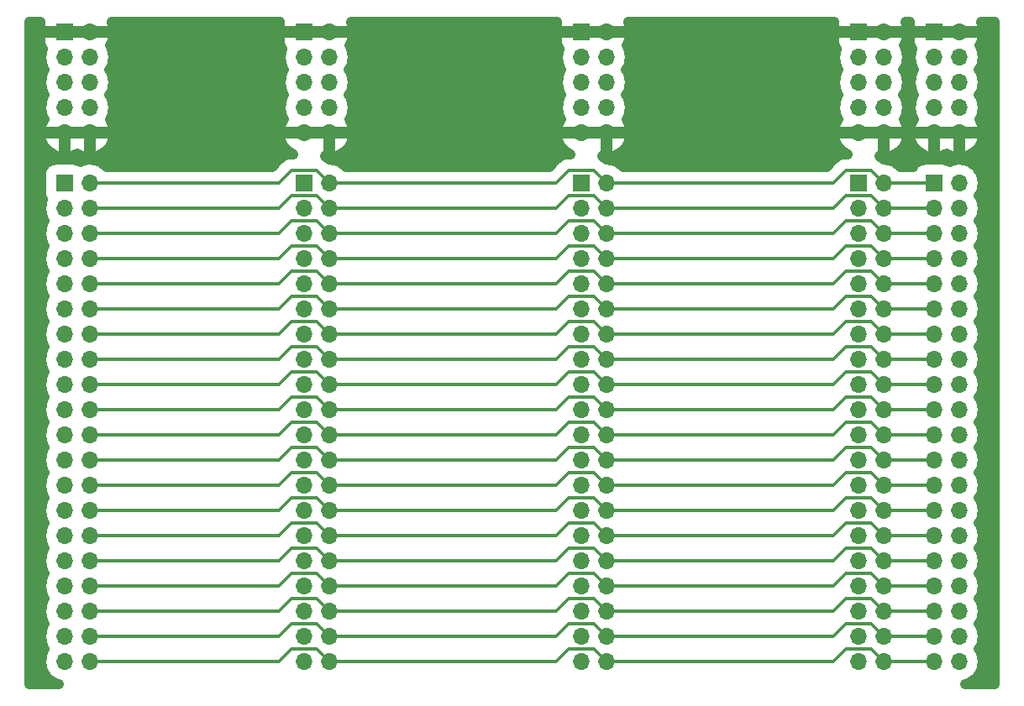
<source format=gbr>
G04 #@! TF.GenerationSoftware,KiCad,Pcbnew,(5.1.4)-1*
G04 #@! TF.CreationDate,2019-12-08T17:51:34+02:00*
G04 #@! TF.ProjectId,Backplane,4261636b-706c-4616-9e65-2e6b69636164,rev?*
G04 #@! TF.SameCoordinates,PX2455c20PY5ad6650*
G04 #@! TF.FileFunction,Copper,L2,Bot*
G04 #@! TF.FilePolarity,Positive*
%FSLAX46Y46*%
G04 Gerber Fmt 4.6, Leading zero omitted, Abs format (unit mm)*
G04 Created by KiCad (PCBNEW (5.1.4)-1) date 2019-12-08 17:51:34*
%MOMM*%
%LPD*%
G04 APERTURE LIST*
%ADD10O,1.700000X1.700000*%
%ADD11R,1.700000X1.700000*%
%ADD12C,0.300000*%
%ADD13C,1.000000*%
G04 APERTURE END LIST*
D10*
X7620000Y3810000D03*
X5080000Y3810000D03*
X7620000Y6350000D03*
X5080000Y6350000D03*
X7620000Y8890000D03*
X5080000Y8890000D03*
X7620000Y11430000D03*
X5080000Y11430000D03*
X7620000Y13970000D03*
X5080000Y13970000D03*
X7620000Y16510000D03*
X5080000Y16510000D03*
X7620000Y19050000D03*
X5080000Y19050000D03*
X7620000Y21590000D03*
X5080000Y21590000D03*
X7620000Y24130000D03*
X5080000Y24130000D03*
X7620000Y26670000D03*
X5080000Y26670000D03*
X7620000Y29210000D03*
X5080000Y29210000D03*
X7620000Y31750000D03*
X5080000Y31750000D03*
X7620000Y34290000D03*
X5080000Y34290000D03*
X7620000Y36830000D03*
X5080000Y36830000D03*
X7620000Y39370000D03*
X5080000Y39370000D03*
X7620000Y41910000D03*
X5080000Y41910000D03*
X7620000Y44450000D03*
X5080000Y44450000D03*
X7620000Y46990000D03*
X5080000Y46990000D03*
X7620000Y49530000D03*
X5080000Y49530000D03*
X7620000Y52070000D03*
D11*
X5080000Y52070000D03*
D10*
X95250000Y3810000D03*
X92710000Y3810000D03*
X95250000Y6350000D03*
X92710000Y6350000D03*
X95250000Y8890000D03*
X92710000Y8890000D03*
X95250000Y11430000D03*
X92710000Y11430000D03*
X95250000Y13970000D03*
X92710000Y13970000D03*
X95250000Y16510000D03*
X92710000Y16510000D03*
X95250000Y19050000D03*
X92710000Y19050000D03*
X95250000Y21590000D03*
X92710000Y21590000D03*
X95250000Y24130000D03*
X92710000Y24130000D03*
X95250000Y26670000D03*
X92710000Y26670000D03*
X95250000Y29210000D03*
X92710000Y29210000D03*
X95250000Y31750000D03*
X92710000Y31750000D03*
X95250000Y34290000D03*
X92710000Y34290000D03*
X95250000Y36830000D03*
X92710000Y36830000D03*
X95250000Y39370000D03*
X92710000Y39370000D03*
X95250000Y41910000D03*
X92710000Y41910000D03*
X95250000Y44450000D03*
X92710000Y44450000D03*
X95250000Y46990000D03*
X92710000Y46990000D03*
X95250000Y49530000D03*
X92710000Y49530000D03*
X95250000Y52070000D03*
D11*
X92710000Y52070000D03*
D10*
X95250000Y57150000D03*
X92710000Y57150000D03*
X95250000Y59690000D03*
X92710000Y59690000D03*
X95250000Y62230000D03*
X92710000Y62230000D03*
X95250000Y64770000D03*
X92710000Y64770000D03*
X95250000Y67310000D03*
D11*
X92710000Y67310000D03*
D10*
X7620000Y57150000D03*
X5080000Y57150000D03*
X7620000Y59690000D03*
X5080000Y59690000D03*
X7620000Y62230000D03*
X5080000Y62230000D03*
X7620000Y64770000D03*
X5080000Y64770000D03*
X7620000Y67310000D03*
D11*
X5080000Y67310000D03*
X85090000Y52070000D03*
D10*
X87630000Y52070000D03*
X85090000Y49530000D03*
X87630000Y49530000D03*
X85090000Y46990000D03*
X87630000Y46990000D03*
X85090000Y44450000D03*
X87630000Y44450000D03*
X85090000Y41910000D03*
X87630000Y41910000D03*
X85090000Y39370000D03*
X87630000Y39370000D03*
X85090000Y36830000D03*
X87630000Y36830000D03*
X85090000Y34290000D03*
X87630000Y34290000D03*
X85090000Y31750000D03*
X87630000Y31750000D03*
X85090000Y29210000D03*
X87630000Y29210000D03*
X85090000Y26670000D03*
X87630000Y26670000D03*
X85090000Y24130000D03*
X87630000Y24130000D03*
X85090000Y21590000D03*
X87630000Y21590000D03*
X85090000Y19050000D03*
X87630000Y19050000D03*
X85090000Y16510000D03*
X87630000Y16510000D03*
X85090000Y13970000D03*
X87630000Y13970000D03*
X85090000Y11430000D03*
X87630000Y11430000D03*
X85090000Y8890000D03*
X87630000Y8890000D03*
X85090000Y6350000D03*
X87630000Y6350000D03*
X85090000Y3810000D03*
X87630000Y3810000D03*
X59690000Y3810000D03*
X57150000Y3810000D03*
X59690000Y6350000D03*
X57150000Y6350000D03*
X59690000Y8890000D03*
X57150000Y8890000D03*
X59690000Y11430000D03*
X57150000Y11430000D03*
X59690000Y13970000D03*
X57150000Y13970000D03*
X59690000Y16510000D03*
X57150000Y16510000D03*
X59690000Y19050000D03*
X57150000Y19050000D03*
X59690000Y21590000D03*
X57150000Y21590000D03*
X59690000Y24130000D03*
X57150000Y24130000D03*
X59690000Y26670000D03*
X57150000Y26670000D03*
X59690000Y29210000D03*
X57150000Y29210000D03*
X59690000Y31750000D03*
X57150000Y31750000D03*
X59690000Y34290000D03*
X57150000Y34290000D03*
X59690000Y36830000D03*
X57150000Y36830000D03*
X59690000Y39370000D03*
X57150000Y39370000D03*
X59690000Y41910000D03*
X57150000Y41910000D03*
X59690000Y44450000D03*
X57150000Y44450000D03*
X59690000Y46990000D03*
X57150000Y46990000D03*
X59690000Y49530000D03*
X57150000Y49530000D03*
X59690000Y52070000D03*
D11*
X57150000Y52070000D03*
X29210000Y52070000D03*
D10*
X31750000Y52070000D03*
X29210000Y49530000D03*
X31750000Y49530000D03*
X29210000Y46990000D03*
X31750000Y46990000D03*
X29210000Y44450000D03*
X31750000Y44450000D03*
X29210000Y41910000D03*
X31750000Y41910000D03*
X29210000Y39370000D03*
X31750000Y39370000D03*
X29210000Y36830000D03*
X31750000Y36830000D03*
X29210000Y34290000D03*
X31750000Y34290000D03*
X29210000Y31750000D03*
X31750000Y31750000D03*
X29210000Y29210000D03*
X31750000Y29210000D03*
X29210000Y26670000D03*
X31750000Y26670000D03*
X29210000Y24130000D03*
X31750000Y24130000D03*
X29210000Y21590000D03*
X31750000Y21590000D03*
X29210000Y19050000D03*
X31750000Y19050000D03*
X29210000Y16510000D03*
X31750000Y16510000D03*
X29210000Y13970000D03*
X31750000Y13970000D03*
X29210000Y11430000D03*
X31750000Y11430000D03*
X29210000Y8890000D03*
X31750000Y8890000D03*
X29210000Y6350000D03*
X31750000Y6350000D03*
X29210000Y3810000D03*
X31750000Y3810000D03*
D11*
X85090000Y67310000D03*
D10*
X87630000Y67310000D03*
X85090000Y64770000D03*
X87630000Y64770000D03*
X85090000Y62230000D03*
X87630000Y62230000D03*
X85090000Y59690000D03*
X87630000Y59690000D03*
X85090000Y57150000D03*
X87630000Y57150000D03*
X59690000Y57150000D03*
X57150000Y57150000D03*
X59690000Y59690000D03*
X57150000Y59690000D03*
X59690000Y62230000D03*
X57150000Y62230000D03*
X59690000Y64770000D03*
X57150000Y64770000D03*
X59690000Y67310000D03*
D11*
X57150000Y67310000D03*
X29210000Y67310000D03*
D10*
X31750000Y67310000D03*
X29210000Y64770000D03*
X31750000Y64770000D03*
X29210000Y62230000D03*
X31750000Y62230000D03*
X29210000Y59690000D03*
X31750000Y59690000D03*
X29210000Y57150000D03*
X31750000Y57150000D03*
D12*
X91507919Y13970000D02*
X87630000Y13970000D01*
X92710000Y13970000D02*
X91507919Y13970000D01*
X86379999Y15220001D02*
X83800001Y15220001D01*
X87630000Y13970000D02*
X86379999Y15220001D01*
X83800001Y15220001D02*
X82550000Y13970000D01*
X82550000Y13970000D02*
X59690000Y13970000D01*
X58439999Y15220001D02*
X55860001Y15220001D01*
X59690000Y13970000D02*
X58439999Y15220001D01*
X55860001Y15220001D02*
X54610000Y13970000D01*
X54610000Y13970000D02*
X31750000Y13970000D01*
X30499999Y15220001D02*
X27920001Y15220001D01*
X31750000Y13970000D02*
X30499999Y15220001D01*
X27920001Y15220001D02*
X26670000Y13970000D01*
X26670000Y13970000D02*
X7620000Y13970000D01*
X87630000Y16510000D02*
X92710000Y16510000D01*
X86379999Y17760001D02*
X83800001Y17760001D01*
X87630000Y16510000D02*
X86379999Y17760001D01*
X83800001Y17760001D02*
X82550000Y16510000D01*
X82550000Y16510000D02*
X59690000Y16510000D01*
X58439999Y17760001D02*
X55860001Y17760001D01*
X59690000Y16510000D02*
X58439999Y17760001D01*
X55860001Y17760001D02*
X54610000Y16510000D01*
X54610000Y16510000D02*
X31750000Y16510000D01*
X30499999Y17760001D02*
X27920001Y17760001D01*
X31750000Y16510000D02*
X30499999Y17760001D01*
X27920001Y17760001D02*
X26670000Y16510000D01*
X26670000Y16510000D02*
X7620000Y16510000D01*
X87630000Y11430000D02*
X92710000Y11430000D01*
X86379999Y12680001D02*
X83800001Y12680001D01*
X87630000Y11430000D02*
X86379999Y12680001D01*
X83800001Y12680001D02*
X82550000Y11430000D01*
X82550000Y11430000D02*
X59690000Y11430000D01*
X58439999Y12680001D02*
X55860001Y12680001D01*
X59690000Y11430000D02*
X58439999Y12680001D01*
X55860001Y12680001D02*
X54610000Y11430000D01*
X54610000Y11430000D02*
X31750000Y11430000D01*
X30499999Y12680001D02*
X27920001Y12680001D01*
X31750000Y11430000D02*
X30499999Y12680001D01*
X27920001Y12680001D02*
X26670000Y11430000D01*
X26670000Y11430000D02*
X7620000Y11430000D01*
X87630000Y21590000D02*
X92710000Y21590000D01*
X86379999Y22840001D02*
X83800001Y22840001D01*
X87630000Y21590000D02*
X86379999Y22840001D01*
X83800001Y22840001D02*
X82550000Y21590000D01*
X82550000Y21590000D02*
X59690000Y21590000D01*
X58439999Y22840001D02*
X55860001Y22840001D01*
X59690000Y21590000D02*
X58439999Y22840001D01*
X55860001Y22840001D02*
X54610000Y21590000D01*
X54610000Y21590000D02*
X31750000Y21590000D01*
X30499999Y22840001D02*
X27920001Y22840001D01*
X31750000Y21590000D02*
X30499999Y22840001D01*
X27920001Y22840001D02*
X26670000Y21590000D01*
X26670000Y21590000D02*
X7620000Y21590000D01*
X92710000Y24130000D02*
X87630000Y24130000D01*
X86379999Y25380001D02*
X83800001Y25380001D01*
X87630000Y24130000D02*
X86379999Y25380001D01*
X83800001Y25380001D02*
X82550000Y24130000D01*
X82550000Y24130000D02*
X59690000Y24130000D01*
X58439999Y25380001D02*
X55860001Y25380001D01*
X59690000Y24130000D02*
X58439999Y25380001D01*
X55860001Y25380001D02*
X54610000Y24130000D01*
X54610000Y24130000D02*
X31750000Y24130000D01*
X30499999Y25380001D02*
X27920001Y25380001D01*
X31750000Y24130000D02*
X30499999Y25380001D01*
X27920001Y25380001D02*
X26670000Y24130000D01*
X26670000Y24130000D02*
X7620000Y24130000D01*
X87630000Y26670000D02*
X92710000Y26670000D01*
X86379999Y27920001D02*
X83800001Y27920001D01*
X87630000Y26670000D02*
X86379999Y27920001D01*
X83800001Y27920001D02*
X82550000Y26670000D01*
X82550000Y26670000D02*
X59690000Y26670000D01*
X58439999Y27920001D02*
X55860001Y27920001D01*
X59690000Y26670000D02*
X58439999Y27920001D01*
X55860001Y27920001D02*
X54610000Y26670000D01*
X54610000Y26670000D02*
X31750000Y26670000D01*
X30499999Y27920001D02*
X27920001Y27920001D01*
X31750000Y26670000D02*
X30499999Y27920001D01*
X27920001Y27920001D02*
X26670000Y26670000D01*
X26670000Y26670000D02*
X7620000Y26670000D01*
X87630000Y29210000D02*
X92710000Y29210000D01*
X86379999Y30460001D02*
X83800001Y30460001D01*
X87630000Y29210000D02*
X86379999Y30460001D01*
X83800001Y30460001D02*
X82550000Y29210000D01*
X82550000Y29210000D02*
X59690000Y29210000D01*
X58439999Y30460001D02*
X55860001Y30460001D01*
X59690000Y29210000D02*
X58439999Y30460001D01*
X55860001Y30460001D02*
X54610000Y29210000D01*
X54610000Y29210000D02*
X31750000Y29210000D01*
X30499999Y30460001D02*
X27920001Y30460001D01*
X31750000Y29210000D02*
X30499999Y30460001D01*
X27920001Y30460001D02*
X26670000Y29210000D01*
X26670000Y29210000D02*
X7620000Y29210000D01*
X92710000Y31750000D02*
X87630000Y31750000D01*
X86379999Y33000001D02*
X83800001Y33000001D01*
X87630000Y31750000D02*
X86379999Y33000001D01*
X83800001Y33000001D02*
X82550000Y31750000D01*
X82550000Y31750000D02*
X59690000Y31750000D01*
X58439999Y33000001D02*
X55860001Y33000001D01*
X59690000Y31750000D02*
X58439999Y33000001D01*
X55860001Y33000001D02*
X54610000Y31750000D01*
X54610000Y31750000D02*
X31750000Y31750000D01*
X30499999Y33000001D02*
X27920001Y33000001D01*
X31750000Y31750000D02*
X30499999Y33000001D01*
X27920001Y33000001D02*
X26670000Y31750000D01*
X26670000Y31750000D02*
X7620000Y31750000D01*
X87630000Y34290000D02*
X92710000Y34290000D01*
X86379999Y35540001D02*
X83800001Y35540001D01*
X87630000Y34290000D02*
X86379999Y35540001D01*
X83800001Y35540001D02*
X82550000Y34290000D01*
X82550000Y34290000D02*
X59690000Y34290000D01*
X58439999Y35540001D02*
X55860001Y35540001D01*
X59690000Y34290000D02*
X58439999Y35540001D01*
X55860001Y35540001D02*
X54610000Y34290000D01*
X54610000Y34290000D02*
X31750000Y34290000D01*
X30499999Y35540001D02*
X27920001Y35540001D01*
X31750000Y34290000D02*
X30499999Y35540001D01*
X27920001Y35540001D02*
X26670000Y34290000D01*
X26670000Y34290000D02*
X7620000Y34290000D01*
X92710000Y36830000D02*
X87630000Y36830000D01*
X86379999Y38080001D02*
X83800001Y38080001D01*
X87630000Y36830000D02*
X86379999Y38080001D01*
X83800001Y38080001D02*
X82550000Y36830000D01*
X82550000Y36830000D02*
X59690000Y36830000D01*
X58439999Y38080001D02*
X55860001Y38080001D01*
X59690000Y36830000D02*
X58439999Y38080001D01*
X55860001Y38080001D02*
X54610000Y36830000D01*
X54610000Y36830000D02*
X31750000Y36830000D01*
X30499999Y38080001D02*
X27920001Y38080001D01*
X31750000Y36830000D02*
X30499999Y38080001D01*
X27920001Y38080001D02*
X26670000Y36830000D01*
X26670000Y36830000D02*
X7620000Y36830000D01*
X87630000Y39370000D02*
X92710000Y39370000D01*
X86379999Y40620001D02*
X83800001Y40620001D01*
X87630000Y39370000D02*
X86379999Y40620001D01*
X83800001Y40620001D02*
X82550000Y39370000D01*
X82550000Y39370000D02*
X59690000Y39370000D01*
X58439999Y40620001D02*
X55860001Y40620001D01*
X59690000Y39370000D02*
X58439999Y40620001D01*
X55860001Y40620001D02*
X54610000Y39370000D01*
X54610000Y39370000D02*
X31750000Y39370000D01*
X30499999Y40620001D02*
X27920001Y40620001D01*
X31750000Y39370000D02*
X30499999Y40620001D01*
X27920001Y40620001D02*
X26670000Y39370000D01*
X26670000Y39370000D02*
X7620000Y39370000D01*
X92710000Y41910000D02*
X87630000Y41910000D01*
X86379999Y43160001D02*
X83800001Y43160001D01*
X87630000Y41910000D02*
X86379999Y43160001D01*
X83800001Y43160001D02*
X82550000Y41910000D01*
X82550000Y41910000D02*
X59690000Y41910000D01*
X58439999Y43160001D02*
X55860001Y43160001D01*
X59690000Y41910000D02*
X58439999Y43160001D01*
X55860001Y43160001D02*
X54610000Y41910000D01*
X54610000Y41910000D02*
X31750000Y41910000D01*
X30499999Y43160001D02*
X27920001Y43160001D01*
X31750000Y41910000D02*
X30499999Y43160001D01*
X27920001Y43160001D02*
X26670000Y41910000D01*
X26670000Y41910000D02*
X7620000Y41910000D01*
X87630000Y44450000D02*
X92710000Y44450000D01*
X86379999Y45700001D02*
X83800001Y45700001D01*
X87630000Y44450000D02*
X86379999Y45700001D01*
X82550000Y44450000D02*
X59690000Y44450000D01*
X83800001Y45700001D02*
X82550000Y44450000D01*
X58439999Y45700001D02*
X55860001Y45700001D01*
X59690000Y44450000D02*
X58439999Y45700001D01*
X55860001Y45700001D02*
X54610000Y44450000D01*
X54610000Y44450000D02*
X31750000Y44450000D01*
X30499999Y45700001D02*
X27920001Y45700001D01*
X31750000Y44450000D02*
X30499999Y45700001D01*
X27920001Y45700001D02*
X26670000Y44450000D01*
X26670000Y44450000D02*
X7620000Y44450000D01*
X92710000Y46990000D02*
X87630000Y46990000D01*
X86379999Y48240001D02*
X83800001Y48240001D01*
X87630000Y46990000D02*
X86379999Y48240001D01*
X83800001Y48240001D02*
X82550000Y46990000D01*
X82550000Y46990000D02*
X59690000Y46990000D01*
X58439999Y48240001D02*
X55860001Y48240001D01*
X59690000Y46990000D02*
X58439999Y48240001D01*
X55860001Y48240001D02*
X54610000Y46990000D01*
X54610000Y46990000D02*
X31750000Y46990000D01*
X30499999Y48240001D02*
X27920001Y48240001D01*
X31750000Y46990000D02*
X30499999Y48240001D01*
X27920001Y48240001D02*
X26670000Y46990000D01*
X26670000Y46990000D02*
X7620000Y46990000D01*
X87630000Y49530000D02*
X92710000Y49530000D01*
X86379999Y50780001D02*
X83800001Y50780001D01*
X87630000Y49530000D02*
X86379999Y50780001D01*
X82550000Y49530000D02*
X59690000Y49530000D01*
X83800001Y50780001D02*
X82550000Y49530000D01*
X58439999Y50780001D02*
X55860001Y50780001D01*
X59690000Y49530000D02*
X58439999Y50780001D01*
X55860001Y50780001D02*
X54610000Y49530000D01*
X54610000Y49530000D02*
X31750000Y49530000D01*
X30499999Y50780001D02*
X27920001Y50780001D01*
X31750000Y49530000D02*
X30499999Y50780001D01*
X27920001Y50780001D02*
X26670000Y49530000D01*
X26670000Y49530000D02*
X7620000Y49530000D01*
X92710000Y52070000D02*
X87630000Y52070000D01*
X86379999Y53320001D02*
X83800001Y53320001D01*
X87630000Y52070000D02*
X86379999Y53320001D01*
X82550000Y52070000D02*
X59690000Y52070000D01*
X83800001Y53320001D02*
X82550000Y52070000D01*
X58439999Y53320001D02*
X55860001Y53320001D01*
X59690000Y52070000D02*
X58439999Y53320001D01*
X55860001Y53320001D02*
X54610000Y52070000D01*
X54610000Y52070000D02*
X31750000Y52070000D01*
X30499999Y53320001D02*
X27920001Y53320001D01*
X31750000Y52070000D02*
X30499999Y53320001D01*
X27920001Y53320001D02*
X26670000Y52070000D01*
X26670000Y52070000D02*
X7620000Y52070000D01*
D13*
X5080000Y67310000D02*
X2540000Y67310000D01*
X2540000Y67310000D02*
X2540000Y57150000D01*
X2540000Y57150000D02*
X5080000Y57150000D01*
X95250000Y67310000D02*
X97790000Y67310000D01*
X97790000Y67310000D02*
X97790000Y57150000D01*
X97790000Y57150000D02*
X95250000Y57150000D01*
X95250000Y67310000D02*
X92710000Y67310000D01*
X92710000Y67310000D02*
X87630000Y67310000D01*
X87630000Y67310000D02*
X85090000Y67310000D01*
X85090000Y67310000D02*
X59690000Y67310000D01*
X59690000Y67310000D02*
X57150000Y67310000D01*
X57150000Y67310000D02*
X31750000Y67310000D01*
X31750000Y67310000D02*
X29210000Y67310000D01*
X29210000Y67310000D02*
X7620000Y67310000D01*
X7620000Y67310000D02*
X5080000Y67310000D01*
X92710000Y57150000D02*
X87630000Y57150000D01*
X87630000Y57150000D02*
X85090000Y57150000D01*
X85090000Y57150000D02*
X59690000Y57150000D01*
X59690000Y57150000D02*
X57150000Y57150000D01*
X57150000Y57150000D02*
X31750000Y57150000D01*
X31750000Y57150000D02*
X29210000Y57150000D01*
X29210000Y57150000D02*
X6985000Y57150000D01*
X6985000Y57150000D02*
X7620000Y57150000D01*
X7620000Y57150000D02*
X5080000Y57150000D01*
X95250000Y57150000D02*
X92710000Y57150000D01*
D12*
X92710000Y19050000D02*
X87630000Y19050000D01*
X86379999Y20300001D02*
X83800001Y20300001D01*
X87630000Y19050000D02*
X86379999Y20300001D01*
X83800001Y20300001D02*
X82550000Y19050000D01*
X82550000Y19050000D02*
X59690000Y19050000D01*
X58439999Y20300001D02*
X55860001Y20300001D01*
X59690000Y19050000D02*
X58439999Y20300001D01*
X55860001Y20300001D02*
X54610000Y19050000D01*
X54610000Y19050000D02*
X31750000Y19050000D01*
X30499999Y20300001D02*
X27920001Y20300001D01*
X31750000Y19050000D02*
X30499999Y20300001D01*
X27920001Y20300001D02*
X26670000Y19050000D01*
X26670000Y19050000D02*
X7620000Y19050000D01*
X92710000Y8890000D02*
X87630000Y8890000D01*
X86379999Y10140001D02*
X83800001Y10140001D01*
X87630000Y8890000D02*
X86379999Y10140001D01*
X83800001Y10140001D02*
X82550000Y8890000D01*
X82550000Y8890000D02*
X59690000Y8890000D01*
X58439999Y10140001D02*
X55860001Y10140001D01*
X59690000Y8890000D02*
X58439999Y10140001D01*
X55860001Y10140001D02*
X54610000Y8890000D01*
X54610000Y8890000D02*
X31750000Y8890000D01*
X30499999Y10140001D02*
X27920001Y10140001D01*
X31750000Y8890000D02*
X30499999Y10140001D01*
X27920001Y10140001D02*
X26670000Y8890000D01*
X26670000Y8890000D02*
X7620000Y8890000D01*
X87630000Y6350000D02*
X92710000Y6350000D01*
X86379999Y7600001D02*
X83800001Y7600001D01*
X87630000Y6350000D02*
X86379999Y7600001D01*
X83800001Y7600001D02*
X82550000Y6350000D01*
X82550000Y6350000D02*
X59690000Y6350000D01*
X58439999Y7600001D02*
X55860001Y7600001D01*
X59690000Y6350000D02*
X58439999Y7600001D01*
X55860001Y7600001D02*
X54610000Y6350000D01*
X54610000Y6350000D02*
X31750000Y6350000D01*
X30499999Y7600001D02*
X27920001Y7600001D01*
X31750000Y6350000D02*
X30499999Y7600001D01*
X27920001Y7600001D02*
X26670000Y6350000D01*
X26670000Y6350000D02*
X7620000Y6350000D01*
X92710000Y3810000D02*
X87630000Y3810000D01*
X86379999Y5060001D02*
X83800001Y5060001D01*
X87630000Y3810000D02*
X86379999Y5060001D01*
X83800001Y5060001D02*
X82550000Y3810000D01*
X82550000Y3810000D02*
X59690000Y3810000D01*
X58439999Y5060001D02*
X55860001Y5060001D01*
X59690000Y3810000D02*
X58439999Y5060001D01*
X55860001Y5060001D02*
X54610000Y3810000D01*
X54610000Y3810000D02*
X31750000Y3810000D01*
X30499999Y5060001D02*
X27920001Y5060001D01*
X31750000Y3810000D02*
X30499999Y5060001D01*
X27920001Y5060001D02*
X26670000Y3810000D01*
X26670000Y3810000D02*
X7620000Y3810000D01*
D13*
G36*
X2622258Y68160000D02*
G01*
X2630000Y67760000D01*
X3030000Y67360000D01*
X5030000Y67360000D01*
X5030000Y67380000D01*
X5130000Y67380000D01*
X5130000Y67360000D01*
X7570000Y67360000D01*
X7570000Y67380000D01*
X7670000Y67380000D01*
X7670000Y67360000D01*
X9669390Y67360000D01*
X10031511Y67742569D01*
X10013483Y67833204D01*
X9865421Y68290096D01*
X9845909Y68325000D01*
X26768509Y68325000D01*
X26752258Y68160000D01*
X26760000Y67760000D01*
X27160000Y67360000D01*
X29160000Y67360000D01*
X29160000Y67380000D01*
X29260000Y67380000D01*
X29260000Y67360000D01*
X31700000Y67360000D01*
X31700000Y67380000D01*
X31800000Y67380000D01*
X31800000Y67360000D01*
X33799390Y67360000D01*
X34161511Y67742569D01*
X34143483Y67833204D01*
X33995421Y68290096D01*
X33975909Y68325000D01*
X54708509Y68325000D01*
X54692258Y68160000D01*
X54700000Y67760000D01*
X55100000Y67360000D01*
X57100000Y67360000D01*
X57100000Y67380000D01*
X57200000Y67380000D01*
X57200000Y67360000D01*
X59640000Y67360000D01*
X59640000Y67380000D01*
X59740000Y67380000D01*
X59740000Y67360000D01*
X61739390Y67360000D01*
X62101511Y67742569D01*
X62083483Y67833204D01*
X61935421Y68290096D01*
X61915909Y68325000D01*
X82648509Y68325000D01*
X82632258Y68160000D01*
X82640000Y67760000D01*
X83040000Y67360000D01*
X85040000Y67360000D01*
X85040000Y67380000D01*
X85140000Y67380000D01*
X85140000Y67360000D01*
X87580000Y67360000D01*
X87580000Y67380000D01*
X87680000Y67380000D01*
X87680000Y67360000D01*
X89679390Y67360000D01*
X90041511Y67742569D01*
X90023483Y67833204D01*
X89875421Y68290096D01*
X89855909Y68325000D01*
X90268509Y68325000D01*
X90252258Y68160000D01*
X90260000Y67760000D01*
X90660000Y67360000D01*
X92660000Y67360000D01*
X92660000Y67380000D01*
X92760000Y67380000D01*
X92760000Y67360000D01*
X95200000Y67360000D01*
X95200000Y67380000D01*
X95300000Y67380000D01*
X95300000Y67360000D01*
X97299390Y67360000D01*
X97661511Y67742569D01*
X97643483Y67833204D01*
X97495421Y68290096D01*
X97475909Y68325000D01*
X98805000Y68325000D01*
X98805001Y1525000D01*
X95812863Y1525000D01*
X96153657Y1628379D01*
X96561907Y1846593D01*
X96919741Y2140259D01*
X97213407Y2498093D01*
X97431621Y2906343D01*
X97565997Y3349320D01*
X97611370Y3810000D01*
X97565997Y4270680D01*
X97431621Y4713657D01*
X97235807Y5080000D01*
X97431621Y5446343D01*
X97565997Y5889320D01*
X97611370Y6350000D01*
X97565997Y6810680D01*
X97431621Y7253657D01*
X97235807Y7620000D01*
X97431621Y7986343D01*
X97565997Y8429320D01*
X97611370Y8890000D01*
X97565997Y9350680D01*
X97431621Y9793657D01*
X97235807Y10160000D01*
X97431621Y10526343D01*
X97565997Y10969320D01*
X97611370Y11430000D01*
X97565997Y11890680D01*
X97431621Y12333657D01*
X97235807Y12700000D01*
X97431621Y13066343D01*
X97565997Y13509320D01*
X97611370Y13970000D01*
X97565997Y14430680D01*
X97431621Y14873657D01*
X97235807Y15240000D01*
X97431621Y15606343D01*
X97565997Y16049320D01*
X97611370Y16510000D01*
X97565997Y16970680D01*
X97431621Y17413657D01*
X97235807Y17780000D01*
X97431621Y18146343D01*
X97565997Y18589320D01*
X97611370Y19050000D01*
X97565997Y19510680D01*
X97431621Y19953657D01*
X97235807Y20320000D01*
X97431621Y20686343D01*
X97565997Y21129320D01*
X97611370Y21590000D01*
X97565997Y22050680D01*
X97431621Y22493657D01*
X97235807Y22860000D01*
X97431621Y23226343D01*
X97565997Y23669320D01*
X97611370Y24130000D01*
X97565997Y24590680D01*
X97431621Y25033657D01*
X97235807Y25400000D01*
X97431621Y25766343D01*
X97565997Y26209320D01*
X97611370Y26670000D01*
X97565997Y27130680D01*
X97431621Y27573657D01*
X97235807Y27940000D01*
X97431621Y28306343D01*
X97565997Y28749320D01*
X97611370Y29210000D01*
X97565997Y29670680D01*
X97431621Y30113657D01*
X97235807Y30480000D01*
X97431621Y30846343D01*
X97565997Y31289320D01*
X97611370Y31750000D01*
X97565997Y32210680D01*
X97431621Y32653657D01*
X97235807Y33020000D01*
X97431621Y33386343D01*
X97565997Y33829320D01*
X97611370Y34290000D01*
X97565997Y34750680D01*
X97431621Y35193657D01*
X97235807Y35560000D01*
X97431621Y35926343D01*
X97565997Y36369320D01*
X97611370Y36830000D01*
X97565997Y37290680D01*
X97431621Y37733657D01*
X97235807Y38100000D01*
X97431621Y38466343D01*
X97565997Y38909320D01*
X97611370Y39370000D01*
X97565997Y39830680D01*
X97431621Y40273657D01*
X97235807Y40640000D01*
X97431621Y41006343D01*
X97565997Y41449320D01*
X97611370Y41910000D01*
X97565997Y42370680D01*
X97431621Y42813657D01*
X97235807Y43180000D01*
X97431621Y43546343D01*
X97565997Y43989320D01*
X97611370Y44450000D01*
X97565997Y44910680D01*
X97431621Y45353657D01*
X97235807Y45720000D01*
X97431621Y46086343D01*
X97565997Y46529320D01*
X97611370Y46990000D01*
X97565997Y47450680D01*
X97431621Y47893657D01*
X97235807Y48260000D01*
X97431621Y48626343D01*
X97565997Y49069320D01*
X97611370Y49530000D01*
X97565997Y49990680D01*
X97431621Y50433657D01*
X97235807Y50800000D01*
X97431621Y51166343D01*
X97565997Y51609320D01*
X97611370Y52070000D01*
X97565997Y52530680D01*
X97431621Y52973657D01*
X97213407Y53381907D01*
X96919741Y53739741D01*
X96561907Y54033407D01*
X96153657Y54251621D01*
X95710680Y54385997D01*
X95365442Y54420000D01*
X95134558Y54420000D01*
X94789320Y54385997D01*
X94346343Y54251621D01*
X94298543Y54226071D01*
X94136802Y54312524D01*
X93854051Y54398295D01*
X93560000Y54427257D01*
X91860000Y54427257D01*
X91565949Y54398295D01*
X91283198Y54312524D01*
X91022613Y54173238D01*
X90794208Y53985792D01*
X90606762Y53757387D01*
X90586778Y53720000D01*
X89315942Y53720000D01*
X89299741Y53739741D01*
X88941907Y54033407D01*
X88533657Y54251621D01*
X88090680Y54385997D01*
X87745442Y54420000D01*
X87613451Y54420000D01*
X87604043Y54429408D01*
X87552370Y54492372D01*
X87301125Y54698563D01*
X87207899Y54748394D01*
X87580000Y55100509D01*
X87580000Y57100000D01*
X87680000Y57100000D01*
X87680000Y55100509D01*
X88062569Y54738488D01*
X88524720Y54869215D01*
X88952487Y55087591D01*
X89329432Y55385224D01*
X89641069Y55750676D01*
X89875421Y56169904D01*
X90023483Y56626796D01*
X90041511Y56717431D01*
X90298489Y56717431D01*
X90316517Y56626796D01*
X90464579Y56169904D01*
X90698931Y55750676D01*
X91010568Y55385224D01*
X91387513Y55087591D01*
X91815280Y54869215D01*
X92277431Y54738488D01*
X92660000Y55100509D01*
X92660000Y57100000D01*
X92760000Y57100000D01*
X92760000Y55100509D01*
X93142569Y54738488D01*
X93604720Y54869215D01*
X93980000Y55060796D01*
X94355280Y54869215D01*
X94817431Y54738488D01*
X95200000Y55100509D01*
X95200000Y57100000D01*
X95300000Y57100000D01*
X95300000Y55100509D01*
X95682569Y54738488D01*
X96144720Y54869215D01*
X96572487Y55087591D01*
X96949432Y55385224D01*
X97261069Y55750676D01*
X97495421Y56169904D01*
X97643483Y56626796D01*
X97661511Y56717431D01*
X97299390Y57100000D01*
X95300000Y57100000D01*
X95200000Y57100000D01*
X92760000Y57100000D01*
X92660000Y57100000D01*
X90660610Y57100000D01*
X90298489Y56717431D01*
X90041511Y56717431D01*
X89679390Y57100000D01*
X87680000Y57100000D01*
X87580000Y57100000D01*
X85140000Y57100000D01*
X85140000Y57080000D01*
X85040000Y57080000D01*
X85040000Y57100000D01*
X83040610Y57100000D01*
X82678489Y56717431D01*
X82696517Y56626796D01*
X82844579Y56169904D01*
X83078931Y55750676D01*
X83390568Y55385224D01*
X83767513Y55087591D01*
X83997855Y54970001D01*
X83881042Y54970001D01*
X83800000Y54977983D01*
X83718958Y54970001D01*
X83718949Y54970001D01*
X83476545Y54946126D01*
X83165518Y54851778D01*
X82878875Y54698563D01*
X82878873Y54698562D01*
X82878874Y54698562D01*
X82690586Y54544039D01*
X82690583Y54544036D01*
X82627630Y54492372D01*
X82575965Y54429418D01*
X81866548Y53720000D01*
X61375942Y53720000D01*
X61359741Y53739741D01*
X61001907Y54033407D01*
X60593657Y54251621D01*
X60150680Y54385997D01*
X59805442Y54420000D01*
X59673451Y54420000D01*
X59664043Y54429408D01*
X59612370Y54492372D01*
X59361125Y54698563D01*
X59267899Y54748394D01*
X59640000Y55100509D01*
X59640000Y57100000D01*
X59740000Y57100000D01*
X59740000Y55100509D01*
X60122569Y54738488D01*
X60584720Y54869215D01*
X61012487Y55087591D01*
X61389432Y55385224D01*
X61701069Y55750676D01*
X61935421Y56169904D01*
X62083483Y56626796D01*
X62101511Y56717431D01*
X61739390Y57100000D01*
X59740000Y57100000D01*
X59640000Y57100000D01*
X57200000Y57100000D01*
X57200000Y57080000D01*
X57100000Y57080000D01*
X57100000Y57100000D01*
X55100610Y57100000D01*
X54738489Y56717431D01*
X54756517Y56626796D01*
X54904579Y56169904D01*
X55138931Y55750676D01*
X55450568Y55385224D01*
X55827513Y55087591D01*
X56057855Y54970001D01*
X55941042Y54970001D01*
X55860000Y54977983D01*
X55778958Y54970001D01*
X55778949Y54970001D01*
X55536545Y54946126D01*
X55225518Y54851778D01*
X54938875Y54698563D01*
X54938873Y54698562D01*
X54938874Y54698562D01*
X54750586Y54544039D01*
X54750583Y54544036D01*
X54687630Y54492372D01*
X54635965Y54429418D01*
X53926548Y53720000D01*
X33435942Y53720000D01*
X33419741Y53739741D01*
X33061907Y54033407D01*
X32653657Y54251621D01*
X32210680Y54385997D01*
X31865442Y54420000D01*
X31733451Y54420000D01*
X31724043Y54429408D01*
X31672370Y54492372D01*
X31421125Y54698563D01*
X31327899Y54748394D01*
X31700000Y55100509D01*
X31700000Y57100000D01*
X31800000Y57100000D01*
X31800000Y55100509D01*
X32182569Y54738488D01*
X32644720Y54869215D01*
X33072487Y55087591D01*
X33449432Y55385224D01*
X33761069Y55750676D01*
X33995421Y56169904D01*
X34143483Y56626796D01*
X34161511Y56717431D01*
X33799390Y57100000D01*
X31800000Y57100000D01*
X31700000Y57100000D01*
X29260000Y57100000D01*
X29260000Y57080000D01*
X29160000Y57080000D01*
X29160000Y57100000D01*
X27160610Y57100000D01*
X26798489Y56717431D01*
X26816517Y56626796D01*
X26964579Y56169904D01*
X27198931Y55750676D01*
X27510568Y55385224D01*
X27887513Y55087591D01*
X28117855Y54970001D01*
X28001042Y54970001D01*
X27920000Y54977983D01*
X27838958Y54970001D01*
X27838949Y54970001D01*
X27596545Y54946126D01*
X27285518Y54851778D01*
X26998875Y54698563D01*
X26998873Y54698562D01*
X26998874Y54698562D01*
X26810586Y54544039D01*
X26810583Y54544036D01*
X26747630Y54492372D01*
X26695965Y54429418D01*
X25986548Y53720000D01*
X9305942Y53720000D01*
X9289741Y53739741D01*
X8931907Y54033407D01*
X8523657Y54251621D01*
X8080680Y54385997D01*
X7735442Y54420000D01*
X7504558Y54420000D01*
X7159320Y54385997D01*
X6716343Y54251621D01*
X6668543Y54226071D01*
X6506802Y54312524D01*
X6224051Y54398295D01*
X5930000Y54427257D01*
X4230000Y54427257D01*
X3935949Y54398295D01*
X3653198Y54312524D01*
X3392613Y54173238D01*
X3164208Y53985792D01*
X2976762Y53757387D01*
X2837476Y53496802D01*
X2751705Y53214051D01*
X2722743Y52920000D01*
X2722743Y51220000D01*
X2751705Y50925949D01*
X2837476Y50643198D01*
X2923929Y50481457D01*
X2898379Y50433657D01*
X2764003Y49990680D01*
X2718630Y49530000D01*
X2764003Y49069320D01*
X2898379Y48626343D01*
X3094193Y48260000D01*
X2898379Y47893657D01*
X2764003Y47450680D01*
X2718630Y46990000D01*
X2764003Y46529320D01*
X2898379Y46086343D01*
X3094193Y45720000D01*
X2898379Y45353657D01*
X2764003Y44910680D01*
X2718630Y44450000D01*
X2764003Y43989320D01*
X2898379Y43546343D01*
X3094193Y43180000D01*
X2898379Y42813657D01*
X2764003Y42370680D01*
X2718630Y41910000D01*
X2764003Y41449320D01*
X2898379Y41006343D01*
X3094193Y40640000D01*
X2898379Y40273657D01*
X2764003Y39830680D01*
X2718630Y39370000D01*
X2764003Y38909320D01*
X2898379Y38466343D01*
X3094193Y38100000D01*
X2898379Y37733657D01*
X2764003Y37290680D01*
X2718630Y36830000D01*
X2764003Y36369320D01*
X2898379Y35926343D01*
X3094193Y35560000D01*
X2898379Y35193657D01*
X2764003Y34750680D01*
X2718630Y34290000D01*
X2764003Y33829320D01*
X2898379Y33386343D01*
X3094193Y33020000D01*
X2898379Y32653657D01*
X2764003Y32210680D01*
X2718630Y31750000D01*
X2764003Y31289320D01*
X2898379Y30846343D01*
X3094193Y30480000D01*
X2898379Y30113657D01*
X2764003Y29670680D01*
X2718630Y29210000D01*
X2764003Y28749320D01*
X2898379Y28306343D01*
X3094193Y27940000D01*
X2898379Y27573657D01*
X2764003Y27130680D01*
X2718630Y26670000D01*
X2764003Y26209320D01*
X2898379Y25766343D01*
X3094193Y25400000D01*
X2898379Y25033657D01*
X2764003Y24590680D01*
X2718630Y24130000D01*
X2764003Y23669320D01*
X2898379Y23226343D01*
X3094193Y22860000D01*
X2898379Y22493657D01*
X2764003Y22050680D01*
X2718630Y21590000D01*
X2764003Y21129320D01*
X2898379Y20686343D01*
X3094193Y20320000D01*
X2898379Y19953657D01*
X2764003Y19510680D01*
X2718630Y19050000D01*
X2764003Y18589320D01*
X2898379Y18146343D01*
X3094193Y17780000D01*
X2898379Y17413657D01*
X2764003Y16970680D01*
X2718630Y16510000D01*
X2764003Y16049320D01*
X2898379Y15606343D01*
X3094193Y15240000D01*
X2898379Y14873657D01*
X2764003Y14430680D01*
X2718630Y13970000D01*
X2764003Y13509320D01*
X2898379Y13066343D01*
X3094193Y12700000D01*
X2898379Y12333657D01*
X2764003Y11890680D01*
X2718630Y11430000D01*
X2764003Y10969320D01*
X2898379Y10526343D01*
X3094193Y10160000D01*
X2898379Y9793657D01*
X2764003Y9350680D01*
X2718630Y8890000D01*
X2764003Y8429320D01*
X2898379Y7986343D01*
X3094193Y7620000D01*
X2898379Y7253657D01*
X2764003Y6810680D01*
X2718630Y6350000D01*
X2764003Y5889320D01*
X2898379Y5446343D01*
X3094193Y5080000D01*
X2898379Y4713657D01*
X2764003Y4270680D01*
X2718630Y3810000D01*
X2764003Y3349320D01*
X2898379Y2906343D01*
X3116593Y2498093D01*
X3410259Y2140259D01*
X3768093Y1846593D01*
X4176343Y1628379D01*
X4517137Y1525000D01*
X1525000Y1525000D01*
X1525000Y56717431D01*
X2668489Y56717431D01*
X2686517Y56626796D01*
X2834579Y56169904D01*
X3068931Y55750676D01*
X3380568Y55385224D01*
X3757513Y55087591D01*
X4185280Y54869215D01*
X4647431Y54738488D01*
X5030000Y55100509D01*
X5030000Y57100000D01*
X5130000Y57100000D01*
X5130000Y55100509D01*
X5512569Y54738488D01*
X5974720Y54869215D01*
X6350000Y55060796D01*
X6725280Y54869215D01*
X7187431Y54738488D01*
X7570000Y55100509D01*
X7570000Y57100000D01*
X7670000Y57100000D01*
X7670000Y55100509D01*
X8052569Y54738488D01*
X8514720Y54869215D01*
X8942487Y55087591D01*
X9319432Y55385224D01*
X9631069Y55750676D01*
X9865421Y56169904D01*
X10013483Y56626796D01*
X10031511Y56717431D01*
X9669390Y57100000D01*
X7670000Y57100000D01*
X7570000Y57100000D01*
X5130000Y57100000D01*
X5030000Y57100000D01*
X3030610Y57100000D01*
X2668489Y56717431D01*
X1525000Y56717431D01*
X1525000Y66460000D01*
X2622258Y66460000D01*
X2653150Y66146345D01*
X2744640Y65844744D01*
X2875826Y65599311D01*
X2764003Y65230680D01*
X2718630Y64770000D01*
X2764003Y64309320D01*
X2898379Y63866343D01*
X3094193Y63500000D01*
X2898379Y63133657D01*
X2764003Y62690680D01*
X2718630Y62230000D01*
X2764003Y61769320D01*
X2898379Y61326343D01*
X3094193Y60960000D01*
X2898379Y60593657D01*
X2764003Y60150680D01*
X2718630Y59690000D01*
X2764003Y59229320D01*
X2898379Y58786343D01*
X3046508Y58509212D01*
X2834579Y58130096D01*
X2686517Y57673204D01*
X2668489Y57582569D01*
X3030610Y57200000D01*
X5030000Y57200000D01*
X5030000Y57220000D01*
X5130000Y57220000D01*
X5130000Y57200000D01*
X7570000Y57200000D01*
X7570000Y57220000D01*
X7670000Y57220000D01*
X7670000Y57200000D01*
X9669390Y57200000D01*
X10031511Y57582569D01*
X10013483Y57673204D01*
X9865421Y58130096D01*
X9653492Y58509212D01*
X9801621Y58786343D01*
X9935997Y59229320D01*
X9981370Y59690000D01*
X9935997Y60150680D01*
X9801621Y60593657D01*
X9605807Y60960000D01*
X9801621Y61326343D01*
X9935997Y61769320D01*
X9981370Y62230000D01*
X9935997Y62690680D01*
X9801621Y63133657D01*
X9605807Y63500000D01*
X9801621Y63866343D01*
X9935997Y64309320D01*
X9981370Y64770000D01*
X9935997Y65230680D01*
X9801621Y65673657D01*
X9653492Y65950788D01*
X9865421Y66329904D01*
X9907580Y66460000D01*
X26752258Y66460000D01*
X26783150Y66146345D01*
X26874640Y65844744D01*
X27005826Y65599311D01*
X26894003Y65230680D01*
X26848630Y64770000D01*
X26894003Y64309320D01*
X27028379Y63866343D01*
X27224193Y63500000D01*
X27028379Y63133657D01*
X26894003Y62690680D01*
X26848630Y62230000D01*
X26894003Y61769320D01*
X27028379Y61326343D01*
X27224193Y60960000D01*
X27028379Y60593657D01*
X26894003Y60150680D01*
X26848630Y59690000D01*
X26894003Y59229320D01*
X27028379Y58786343D01*
X27176508Y58509212D01*
X26964579Y58130096D01*
X26816517Y57673204D01*
X26798489Y57582569D01*
X27160610Y57200000D01*
X29160000Y57200000D01*
X29160000Y57220000D01*
X29260000Y57220000D01*
X29260000Y57200000D01*
X31700000Y57200000D01*
X31700000Y57220000D01*
X31800000Y57220000D01*
X31800000Y57200000D01*
X33799390Y57200000D01*
X34161511Y57582569D01*
X34143483Y57673204D01*
X33995421Y58130096D01*
X33783492Y58509212D01*
X33931621Y58786343D01*
X34065997Y59229320D01*
X34111370Y59690000D01*
X34065997Y60150680D01*
X33931621Y60593657D01*
X33735807Y60960000D01*
X33931621Y61326343D01*
X34065997Y61769320D01*
X34111370Y62230000D01*
X34065997Y62690680D01*
X33931621Y63133657D01*
X33735807Y63500000D01*
X33931621Y63866343D01*
X34065997Y64309320D01*
X34111370Y64770000D01*
X34065997Y65230680D01*
X33931621Y65673657D01*
X33783492Y65950788D01*
X33995421Y66329904D01*
X34037580Y66460000D01*
X54692258Y66460000D01*
X54723150Y66146345D01*
X54814640Y65844744D01*
X54945826Y65599311D01*
X54834003Y65230680D01*
X54788630Y64770000D01*
X54834003Y64309320D01*
X54968379Y63866343D01*
X55164193Y63500000D01*
X54968379Y63133657D01*
X54834003Y62690680D01*
X54788630Y62230000D01*
X54834003Y61769320D01*
X54968379Y61326343D01*
X55164193Y60960000D01*
X54968379Y60593657D01*
X54834003Y60150680D01*
X54788630Y59690000D01*
X54834003Y59229320D01*
X54968379Y58786343D01*
X55116508Y58509212D01*
X54904579Y58130096D01*
X54756517Y57673204D01*
X54738489Y57582569D01*
X55100610Y57200000D01*
X57100000Y57200000D01*
X57100000Y57220000D01*
X57200000Y57220000D01*
X57200000Y57200000D01*
X59640000Y57200000D01*
X59640000Y57220000D01*
X59740000Y57220000D01*
X59740000Y57200000D01*
X61739390Y57200000D01*
X62101511Y57582569D01*
X62083483Y57673204D01*
X61935421Y58130096D01*
X61723492Y58509212D01*
X61871621Y58786343D01*
X62005997Y59229320D01*
X62051370Y59690000D01*
X62005997Y60150680D01*
X61871621Y60593657D01*
X61675807Y60960000D01*
X61871621Y61326343D01*
X62005997Y61769320D01*
X62051370Y62230000D01*
X62005997Y62690680D01*
X61871621Y63133657D01*
X61675807Y63500000D01*
X61871621Y63866343D01*
X62005997Y64309320D01*
X62051370Y64770000D01*
X62005997Y65230680D01*
X61871621Y65673657D01*
X61723492Y65950788D01*
X61935421Y66329904D01*
X61977580Y66460000D01*
X82632258Y66460000D01*
X82663150Y66146345D01*
X82754640Y65844744D01*
X82885826Y65599311D01*
X82774003Y65230680D01*
X82728630Y64770000D01*
X82774003Y64309320D01*
X82908379Y63866343D01*
X83104193Y63500000D01*
X82908379Y63133657D01*
X82774003Y62690680D01*
X82728630Y62230000D01*
X82774003Y61769320D01*
X82908379Y61326343D01*
X83104193Y60960000D01*
X82908379Y60593657D01*
X82774003Y60150680D01*
X82728630Y59690000D01*
X82774003Y59229320D01*
X82908379Y58786343D01*
X83056508Y58509212D01*
X82844579Y58130096D01*
X82696517Y57673204D01*
X82678489Y57582569D01*
X83040610Y57200000D01*
X85040000Y57200000D01*
X85040000Y57220000D01*
X85140000Y57220000D01*
X85140000Y57200000D01*
X87580000Y57200000D01*
X87580000Y57220000D01*
X87680000Y57220000D01*
X87680000Y57200000D01*
X89679390Y57200000D01*
X90041511Y57582569D01*
X90023483Y57673204D01*
X89875421Y58130096D01*
X89663492Y58509212D01*
X89811621Y58786343D01*
X89945997Y59229320D01*
X89991370Y59690000D01*
X89945997Y60150680D01*
X89811621Y60593657D01*
X89615807Y60960000D01*
X89811621Y61326343D01*
X89945997Y61769320D01*
X89991370Y62230000D01*
X89945997Y62690680D01*
X89811621Y63133657D01*
X89615807Y63500000D01*
X89811621Y63866343D01*
X89945997Y64309320D01*
X89991370Y64770000D01*
X89945997Y65230680D01*
X89811621Y65673657D01*
X89663492Y65950788D01*
X89875421Y66329904D01*
X89917580Y66460000D01*
X90252258Y66460000D01*
X90283150Y66146345D01*
X90374640Y65844744D01*
X90505826Y65599311D01*
X90394003Y65230680D01*
X90348630Y64770000D01*
X90394003Y64309320D01*
X90528379Y63866343D01*
X90724193Y63500000D01*
X90528379Y63133657D01*
X90394003Y62690680D01*
X90348630Y62230000D01*
X90394003Y61769320D01*
X90528379Y61326343D01*
X90724193Y60960000D01*
X90528379Y60593657D01*
X90394003Y60150680D01*
X90348630Y59690000D01*
X90394003Y59229320D01*
X90528379Y58786343D01*
X90676508Y58509212D01*
X90464579Y58130096D01*
X90316517Y57673204D01*
X90298489Y57582569D01*
X90660610Y57200000D01*
X92660000Y57200000D01*
X92660000Y57220000D01*
X92760000Y57220000D01*
X92760000Y57200000D01*
X95200000Y57200000D01*
X95200000Y57220000D01*
X95300000Y57220000D01*
X95300000Y57200000D01*
X97299390Y57200000D01*
X97661511Y57582569D01*
X97643483Y57673204D01*
X97495421Y58130096D01*
X97283492Y58509212D01*
X97431621Y58786343D01*
X97565997Y59229320D01*
X97611370Y59690000D01*
X97565997Y60150680D01*
X97431621Y60593657D01*
X97235807Y60960000D01*
X97431621Y61326343D01*
X97565997Y61769320D01*
X97611370Y62230000D01*
X97565997Y62690680D01*
X97431621Y63133657D01*
X97235807Y63500000D01*
X97431621Y63866343D01*
X97565997Y64309320D01*
X97611370Y64770000D01*
X97565997Y65230680D01*
X97431621Y65673657D01*
X97283492Y65950788D01*
X97495421Y66329904D01*
X97643483Y66786796D01*
X97661511Y66877431D01*
X97299390Y67260000D01*
X95300000Y67260000D01*
X95300000Y67240000D01*
X95200000Y67240000D01*
X95200000Y67260000D01*
X92760000Y67260000D01*
X92760000Y67240000D01*
X92660000Y67240000D01*
X92660000Y67260000D01*
X90660000Y67260000D01*
X90260000Y66860000D01*
X90252258Y66460000D01*
X89917580Y66460000D01*
X90023483Y66786796D01*
X90041511Y66877431D01*
X89679390Y67260000D01*
X87680000Y67260000D01*
X87680000Y67240000D01*
X87580000Y67240000D01*
X87580000Y67260000D01*
X85140000Y67260000D01*
X85140000Y67240000D01*
X85040000Y67240000D01*
X85040000Y67260000D01*
X83040000Y67260000D01*
X82640000Y66860000D01*
X82632258Y66460000D01*
X61977580Y66460000D01*
X62083483Y66786796D01*
X62101511Y66877431D01*
X61739390Y67260000D01*
X59740000Y67260000D01*
X59740000Y67240000D01*
X59640000Y67240000D01*
X59640000Y67260000D01*
X57200000Y67260000D01*
X57200000Y67240000D01*
X57100000Y67240000D01*
X57100000Y67260000D01*
X55100000Y67260000D01*
X54700000Y66860000D01*
X54692258Y66460000D01*
X34037580Y66460000D01*
X34143483Y66786796D01*
X34161511Y66877431D01*
X33799390Y67260000D01*
X31800000Y67260000D01*
X31800000Y67240000D01*
X31700000Y67240000D01*
X31700000Y67260000D01*
X29260000Y67260000D01*
X29260000Y67240000D01*
X29160000Y67240000D01*
X29160000Y67260000D01*
X27160000Y67260000D01*
X26760000Y66860000D01*
X26752258Y66460000D01*
X9907580Y66460000D01*
X10013483Y66786796D01*
X10031511Y66877431D01*
X9669390Y67260000D01*
X7670000Y67260000D01*
X7670000Y67240000D01*
X7570000Y67240000D01*
X7570000Y67260000D01*
X5130000Y67260000D01*
X5130000Y67240000D01*
X5030000Y67240000D01*
X5030000Y67260000D01*
X3030000Y67260000D01*
X2630000Y66860000D01*
X2622258Y66460000D01*
X1525000Y66460000D01*
X1525000Y68325000D01*
X2638509Y68325000D01*
X2622258Y68160000D01*
X2622258Y68160000D01*
G37*
X2622258Y68160000D02*
X2630000Y67760000D01*
X3030000Y67360000D01*
X5030000Y67360000D01*
X5030000Y67380000D01*
X5130000Y67380000D01*
X5130000Y67360000D01*
X7570000Y67360000D01*
X7570000Y67380000D01*
X7670000Y67380000D01*
X7670000Y67360000D01*
X9669390Y67360000D01*
X10031511Y67742569D01*
X10013483Y67833204D01*
X9865421Y68290096D01*
X9845909Y68325000D01*
X26768509Y68325000D01*
X26752258Y68160000D01*
X26760000Y67760000D01*
X27160000Y67360000D01*
X29160000Y67360000D01*
X29160000Y67380000D01*
X29260000Y67380000D01*
X29260000Y67360000D01*
X31700000Y67360000D01*
X31700000Y67380000D01*
X31800000Y67380000D01*
X31800000Y67360000D01*
X33799390Y67360000D01*
X34161511Y67742569D01*
X34143483Y67833204D01*
X33995421Y68290096D01*
X33975909Y68325000D01*
X54708509Y68325000D01*
X54692258Y68160000D01*
X54700000Y67760000D01*
X55100000Y67360000D01*
X57100000Y67360000D01*
X57100000Y67380000D01*
X57200000Y67380000D01*
X57200000Y67360000D01*
X59640000Y67360000D01*
X59640000Y67380000D01*
X59740000Y67380000D01*
X59740000Y67360000D01*
X61739390Y67360000D01*
X62101511Y67742569D01*
X62083483Y67833204D01*
X61935421Y68290096D01*
X61915909Y68325000D01*
X82648509Y68325000D01*
X82632258Y68160000D01*
X82640000Y67760000D01*
X83040000Y67360000D01*
X85040000Y67360000D01*
X85040000Y67380000D01*
X85140000Y67380000D01*
X85140000Y67360000D01*
X87580000Y67360000D01*
X87580000Y67380000D01*
X87680000Y67380000D01*
X87680000Y67360000D01*
X89679390Y67360000D01*
X90041511Y67742569D01*
X90023483Y67833204D01*
X89875421Y68290096D01*
X89855909Y68325000D01*
X90268509Y68325000D01*
X90252258Y68160000D01*
X90260000Y67760000D01*
X90660000Y67360000D01*
X92660000Y67360000D01*
X92660000Y67380000D01*
X92760000Y67380000D01*
X92760000Y67360000D01*
X95200000Y67360000D01*
X95200000Y67380000D01*
X95300000Y67380000D01*
X95300000Y67360000D01*
X97299390Y67360000D01*
X97661511Y67742569D01*
X97643483Y67833204D01*
X97495421Y68290096D01*
X97475909Y68325000D01*
X98805000Y68325000D01*
X98805001Y1525000D01*
X95812863Y1525000D01*
X96153657Y1628379D01*
X96561907Y1846593D01*
X96919741Y2140259D01*
X97213407Y2498093D01*
X97431621Y2906343D01*
X97565997Y3349320D01*
X97611370Y3810000D01*
X97565997Y4270680D01*
X97431621Y4713657D01*
X97235807Y5080000D01*
X97431621Y5446343D01*
X97565997Y5889320D01*
X97611370Y6350000D01*
X97565997Y6810680D01*
X97431621Y7253657D01*
X97235807Y7620000D01*
X97431621Y7986343D01*
X97565997Y8429320D01*
X97611370Y8890000D01*
X97565997Y9350680D01*
X97431621Y9793657D01*
X97235807Y10160000D01*
X97431621Y10526343D01*
X97565997Y10969320D01*
X97611370Y11430000D01*
X97565997Y11890680D01*
X97431621Y12333657D01*
X97235807Y12700000D01*
X97431621Y13066343D01*
X97565997Y13509320D01*
X97611370Y13970000D01*
X97565997Y14430680D01*
X97431621Y14873657D01*
X97235807Y15240000D01*
X97431621Y15606343D01*
X97565997Y16049320D01*
X97611370Y16510000D01*
X97565997Y16970680D01*
X97431621Y17413657D01*
X97235807Y17780000D01*
X97431621Y18146343D01*
X97565997Y18589320D01*
X97611370Y19050000D01*
X97565997Y19510680D01*
X97431621Y19953657D01*
X97235807Y20320000D01*
X97431621Y20686343D01*
X97565997Y21129320D01*
X97611370Y21590000D01*
X97565997Y22050680D01*
X97431621Y22493657D01*
X97235807Y22860000D01*
X97431621Y23226343D01*
X97565997Y23669320D01*
X97611370Y24130000D01*
X97565997Y24590680D01*
X97431621Y25033657D01*
X97235807Y25400000D01*
X97431621Y25766343D01*
X97565997Y26209320D01*
X97611370Y26670000D01*
X97565997Y27130680D01*
X97431621Y27573657D01*
X97235807Y27940000D01*
X97431621Y28306343D01*
X97565997Y28749320D01*
X97611370Y29210000D01*
X97565997Y29670680D01*
X97431621Y30113657D01*
X97235807Y30480000D01*
X97431621Y30846343D01*
X97565997Y31289320D01*
X97611370Y31750000D01*
X97565997Y32210680D01*
X97431621Y32653657D01*
X97235807Y33020000D01*
X97431621Y33386343D01*
X97565997Y33829320D01*
X97611370Y34290000D01*
X97565997Y34750680D01*
X97431621Y35193657D01*
X97235807Y35560000D01*
X97431621Y35926343D01*
X97565997Y36369320D01*
X97611370Y36830000D01*
X97565997Y37290680D01*
X97431621Y37733657D01*
X97235807Y38100000D01*
X97431621Y38466343D01*
X97565997Y38909320D01*
X97611370Y39370000D01*
X97565997Y39830680D01*
X97431621Y40273657D01*
X97235807Y40640000D01*
X97431621Y41006343D01*
X97565997Y41449320D01*
X97611370Y41910000D01*
X97565997Y42370680D01*
X97431621Y42813657D01*
X97235807Y43180000D01*
X97431621Y43546343D01*
X97565997Y43989320D01*
X97611370Y44450000D01*
X97565997Y44910680D01*
X97431621Y45353657D01*
X97235807Y45720000D01*
X97431621Y46086343D01*
X97565997Y46529320D01*
X97611370Y46990000D01*
X97565997Y47450680D01*
X97431621Y47893657D01*
X97235807Y48260000D01*
X97431621Y48626343D01*
X97565997Y49069320D01*
X97611370Y49530000D01*
X97565997Y49990680D01*
X97431621Y50433657D01*
X97235807Y50800000D01*
X97431621Y51166343D01*
X97565997Y51609320D01*
X97611370Y52070000D01*
X97565997Y52530680D01*
X97431621Y52973657D01*
X97213407Y53381907D01*
X96919741Y53739741D01*
X96561907Y54033407D01*
X96153657Y54251621D01*
X95710680Y54385997D01*
X95365442Y54420000D01*
X95134558Y54420000D01*
X94789320Y54385997D01*
X94346343Y54251621D01*
X94298543Y54226071D01*
X94136802Y54312524D01*
X93854051Y54398295D01*
X93560000Y54427257D01*
X91860000Y54427257D01*
X91565949Y54398295D01*
X91283198Y54312524D01*
X91022613Y54173238D01*
X90794208Y53985792D01*
X90606762Y53757387D01*
X90586778Y53720000D01*
X89315942Y53720000D01*
X89299741Y53739741D01*
X88941907Y54033407D01*
X88533657Y54251621D01*
X88090680Y54385997D01*
X87745442Y54420000D01*
X87613451Y54420000D01*
X87604043Y54429408D01*
X87552370Y54492372D01*
X87301125Y54698563D01*
X87207899Y54748394D01*
X87580000Y55100509D01*
X87580000Y57100000D01*
X87680000Y57100000D01*
X87680000Y55100509D01*
X88062569Y54738488D01*
X88524720Y54869215D01*
X88952487Y55087591D01*
X89329432Y55385224D01*
X89641069Y55750676D01*
X89875421Y56169904D01*
X90023483Y56626796D01*
X90041511Y56717431D01*
X90298489Y56717431D01*
X90316517Y56626796D01*
X90464579Y56169904D01*
X90698931Y55750676D01*
X91010568Y55385224D01*
X91387513Y55087591D01*
X91815280Y54869215D01*
X92277431Y54738488D01*
X92660000Y55100509D01*
X92660000Y57100000D01*
X92760000Y57100000D01*
X92760000Y55100509D01*
X93142569Y54738488D01*
X93604720Y54869215D01*
X93980000Y55060796D01*
X94355280Y54869215D01*
X94817431Y54738488D01*
X95200000Y55100509D01*
X95200000Y57100000D01*
X95300000Y57100000D01*
X95300000Y55100509D01*
X95682569Y54738488D01*
X96144720Y54869215D01*
X96572487Y55087591D01*
X96949432Y55385224D01*
X97261069Y55750676D01*
X97495421Y56169904D01*
X97643483Y56626796D01*
X97661511Y56717431D01*
X97299390Y57100000D01*
X95300000Y57100000D01*
X95200000Y57100000D01*
X92760000Y57100000D01*
X92660000Y57100000D01*
X90660610Y57100000D01*
X90298489Y56717431D01*
X90041511Y56717431D01*
X89679390Y57100000D01*
X87680000Y57100000D01*
X87580000Y57100000D01*
X85140000Y57100000D01*
X85140000Y57080000D01*
X85040000Y57080000D01*
X85040000Y57100000D01*
X83040610Y57100000D01*
X82678489Y56717431D01*
X82696517Y56626796D01*
X82844579Y56169904D01*
X83078931Y55750676D01*
X83390568Y55385224D01*
X83767513Y55087591D01*
X83997855Y54970001D01*
X83881042Y54970001D01*
X83800000Y54977983D01*
X83718958Y54970001D01*
X83718949Y54970001D01*
X83476545Y54946126D01*
X83165518Y54851778D01*
X82878875Y54698563D01*
X82878873Y54698562D01*
X82878874Y54698562D01*
X82690586Y54544039D01*
X82690583Y54544036D01*
X82627630Y54492372D01*
X82575965Y54429418D01*
X81866548Y53720000D01*
X61375942Y53720000D01*
X61359741Y53739741D01*
X61001907Y54033407D01*
X60593657Y54251621D01*
X60150680Y54385997D01*
X59805442Y54420000D01*
X59673451Y54420000D01*
X59664043Y54429408D01*
X59612370Y54492372D01*
X59361125Y54698563D01*
X59267899Y54748394D01*
X59640000Y55100509D01*
X59640000Y57100000D01*
X59740000Y57100000D01*
X59740000Y55100509D01*
X60122569Y54738488D01*
X60584720Y54869215D01*
X61012487Y55087591D01*
X61389432Y55385224D01*
X61701069Y55750676D01*
X61935421Y56169904D01*
X62083483Y56626796D01*
X62101511Y56717431D01*
X61739390Y57100000D01*
X59740000Y57100000D01*
X59640000Y57100000D01*
X57200000Y57100000D01*
X57200000Y57080000D01*
X57100000Y57080000D01*
X57100000Y57100000D01*
X55100610Y57100000D01*
X54738489Y56717431D01*
X54756517Y56626796D01*
X54904579Y56169904D01*
X55138931Y55750676D01*
X55450568Y55385224D01*
X55827513Y55087591D01*
X56057855Y54970001D01*
X55941042Y54970001D01*
X55860000Y54977983D01*
X55778958Y54970001D01*
X55778949Y54970001D01*
X55536545Y54946126D01*
X55225518Y54851778D01*
X54938875Y54698563D01*
X54938873Y54698562D01*
X54938874Y54698562D01*
X54750586Y54544039D01*
X54750583Y54544036D01*
X54687630Y54492372D01*
X54635965Y54429418D01*
X53926548Y53720000D01*
X33435942Y53720000D01*
X33419741Y53739741D01*
X33061907Y54033407D01*
X32653657Y54251621D01*
X32210680Y54385997D01*
X31865442Y54420000D01*
X31733451Y54420000D01*
X31724043Y54429408D01*
X31672370Y54492372D01*
X31421125Y54698563D01*
X31327899Y54748394D01*
X31700000Y55100509D01*
X31700000Y57100000D01*
X31800000Y57100000D01*
X31800000Y55100509D01*
X32182569Y54738488D01*
X32644720Y54869215D01*
X33072487Y55087591D01*
X33449432Y55385224D01*
X33761069Y55750676D01*
X33995421Y56169904D01*
X34143483Y56626796D01*
X34161511Y56717431D01*
X33799390Y57100000D01*
X31800000Y57100000D01*
X31700000Y57100000D01*
X29260000Y57100000D01*
X29260000Y57080000D01*
X29160000Y57080000D01*
X29160000Y57100000D01*
X27160610Y57100000D01*
X26798489Y56717431D01*
X26816517Y56626796D01*
X26964579Y56169904D01*
X27198931Y55750676D01*
X27510568Y55385224D01*
X27887513Y55087591D01*
X28117855Y54970001D01*
X28001042Y54970001D01*
X27920000Y54977983D01*
X27838958Y54970001D01*
X27838949Y54970001D01*
X27596545Y54946126D01*
X27285518Y54851778D01*
X26998875Y54698563D01*
X26998873Y54698562D01*
X26998874Y54698562D01*
X26810586Y54544039D01*
X26810583Y54544036D01*
X26747630Y54492372D01*
X26695965Y54429418D01*
X25986548Y53720000D01*
X9305942Y53720000D01*
X9289741Y53739741D01*
X8931907Y54033407D01*
X8523657Y54251621D01*
X8080680Y54385997D01*
X7735442Y54420000D01*
X7504558Y54420000D01*
X7159320Y54385997D01*
X6716343Y54251621D01*
X6668543Y54226071D01*
X6506802Y54312524D01*
X6224051Y54398295D01*
X5930000Y54427257D01*
X4230000Y54427257D01*
X3935949Y54398295D01*
X3653198Y54312524D01*
X3392613Y54173238D01*
X3164208Y53985792D01*
X2976762Y53757387D01*
X2837476Y53496802D01*
X2751705Y53214051D01*
X2722743Y52920000D01*
X2722743Y51220000D01*
X2751705Y50925949D01*
X2837476Y50643198D01*
X2923929Y50481457D01*
X2898379Y50433657D01*
X2764003Y49990680D01*
X2718630Y49530000D01*
X2764003Y49069320D01*
X2898379Y48626343D01*
X3094193Y48260000D01*
X2898379Y47893657D01*
X2764003Y47450680D01*
X2718630Y46990000D01*
X2764003Y46529320D01*
X2898379Y46086343D01*
X3094193Y45720000D01*
X2898379Y45353657D01*
X2764003Y44910680D01*
X2718630Y44450000D01*
X2764003Y43989320D01*
X2898379Y43546343D01*
X3094193Y43180000D01*
X2898379Y42813657D01*
X2764003Y42370680D01*
X2718630Y41910000D01*
X2764003Y41449320D01*
X2898379Y41006343D01*
X3094193Y40640000D01*
X2898379Y40273657D01*
X2764003Y39830680D01*
X2718630Y39370000D01*
X2764003Y38909320D01*
X2898379Y38466343D01*
X3094193Y38100000D01*
X2898379Y37733657D01*
X2764003Y37290680D01*
X2718630Y36830000D01*
X2764003Y36369320D01*
X2898379Y35926343D01*
X3094193Y35560000D01*
X2898379Y35193657D01*
X2764003Y34750680D01*
X2718630Y34290000D01*
X2764003Y33829320D01*
X2898379Y33386343D01*
X3094193Y33020000D01*
X2898379Y32653657D01*
X2764003Y32210680D01*
X2718630Y31750000D01*
X2764003Y31289320D01*
X2898379Y30846343D01*
X3094193Y30480000D01*
X2898379Y30113657D01*
X2764003Y29670680D01*
X2718630Y29210000D01*
X2764003Y28749320D01*
X2898379Y28306343D01*
X3094193Y27940000D01*
X2898379Y27573657D01*
X2764003Y27130680D01*
X2718630Y26670000D01*
X2764003Y26209320D01*
X2898379Y25766343D01*
X3094193Y25400000D01*
X2898379Y25033657D01*
X2764003Y24590680D01*
X2718630Y24130000D01*
X2764003Y23669320D01*
X2898379Y23226343D01*
X3094193Y22860000D01*
X2898379Y22493657D01*
X2764003Y22050680D01*
X2718630Y21590000D01*
X2764003Y21129320D01*
X2898379Y20686343D01*
X3094193Y20320000D01*
X2898379Y19953657D01*
X2764003Y19510680D01*
X2718630Y19050000D01*
X2764003Y18589320D01*
X2898379Y18146343D01*
X3094193Y17780000D01*
X2898379Y17413657D01*
X2764003Y16970680D01*
X2718630Y16510000D01*
X2764003Y16049320D01*
X2898379Y15606343D01*
X3094193Y15240000D01*
X2898379Y14873657D01*
X2764003Y14430680D01*
X2718630Y13970000D01*
X2764003Y13509320D01*
X2898379Y13066343D01*
X3094193Y12700000D01*
X2898379Y12333657D01*
X2764003Y11890680D01*
X2718630Y11430000D01*
X2764003Y10969320D01*
X2898379Y10526343D01*
X3094193Y10160000D01*
X2898379Y9793657D01*
X2764003Y9350680D01*
X2718630Y8890000D01*
X2764003Y8429320D01*
X2898379Y7986343D01*
X3094193Y7620000D01*
X2898379Y7253657D01*
X2764003Y6810680D01*
X2718630Y6350000D01*
X2764003Y5889320D01*
X2898379Y5446343D01*
X3094193Y5080000D01*
X2898379Y4713657D01*
X2764003Y4270680D01*
X2718630Y3810000D01*
X2764003Y3349320D01*
X2898379Y2906343D01*
X3116593Y2498093D01*
X3410259Y2140259D01*
X3768093Y1846593D01*
X4176343Y1628379D01*
X4517137Y1525000D01*
X1525000Y1525000D01*
X1525000Y56717431D01*
X2668489Y56717431D01*
X2686517Y56626796D01*
X2834579Y56169904D01*
X3068931Y55750676D01*
X3380568Y55385224D01*
X3757513Y55087591D01*
X4185280Y54869215D01*
X4647431Y54738488D01*
X5030000Y55100509D01*
X5030000Y57100000D01*
X5130000Y57100000D01*
X5130000Y55100509D01*
X5512569Y54738488D01*
X5974720Y54869215D01*
X6350000Y55060796D01*
X6725280Y54869215D01*
X7187431Y54738488D01*
X7570000Y55100509D01*
X7570000Y57100000D01*
X7670000Y57100000D01*
X7670000Y55100509D01*
X8052569Y54738488D01*
X8514720Y54869215D01*
X8942487Y55087591D01*
X9319432Y55385224D01*
X9631069Y55750676D01*
X9865421Y56169904D01*
X10013483Y56626796D01*
X10031511Y56717431D01*
X9669390Y57100000D01*
X7670000Y57100000D01*
X7570000Y57100000D01*
X5130000Y57100000D01*
X5030000Y57100000D01*
X3030610Y57100000D01*
X2668489Y56717431D01*
X1525000Y56717431D01*
X1525000Y66460000D01*
X2622258Y66460000D01*
X2653150Y66146345D01*
X2744640Y65844744D01*
X2875826Y65599311D01*
X2764003Y65230680D01*
X2718630Y64770000D01*
X2764003Y64309320D01*
X2898379Y63866343D01*
X3094193Y63500000D01*
X2898379Y63133657D01*
X2764003Y62690680D01*
X2718630Y62230000D01*
X2764003Y61769320D01*
X2898379Y61326343D01*
X3094193Y60960000D01*
X2898379Y60593657D01*
X2764003Y60150680D01*
X2718630Y59690000D01*
X2764003Y59229320D01*
X2898379Y58786343D01*
X3046508Y58509212D01*
X2834579Y58130096D01*
X2686517Y57673204D01*
X2668489Y57582569D01*
X3030610Y57200000D01*
X5030000Y57200000D01*
X5030000Y57220000D01*
X5130000Y57220000D01*
X5130000Y57200000D01*
X7570000Y57200000D01*
X7570000Y57220000D01*
X7670000Y57220000D01*
X7670000Y57200000D01*
X9669390Y57200000D01*
X10031511Y57582569D01*
X10013483Y57673204D01*
X9865421Y58130096D01*
X9653492Y58509212D01*
X9801621Y58786343D01*
X9935997Y59229320D01*
X9981370Y59690000D01*
X9935997Y60150680D01*
X9801621Y60593657D01*
X9605807Y60960000D01*
X9801621Y61326343D01*
X9935997Y61769320D01*
X9981370Y62230000D01*
X9935997Y62690680D01*
X9801621Y63133657D01*
X9605807Y63500000D01*
X9801621Y63866343D01*
X9935997Y64309320D01*
X9981370Y64770000D01*
X9935997Y65230680D01*
X9801621Y65673657D01*
X9653492Y65950788D01*
X9865421Y66329904D01*
X9907580Y66460000D01*
X26752258Y66460000D01*
X26783150Y66146345D01*
X26874640Y65844744D01*
X27005826Y65599311D01*
X26894003Y65230680D01*
X26848630Y64770000D01*
X26894003Y64309320D01*
X27028379Y63866343D01*
X27224193Y63500000D01*
X27028379Y63133657D01*
X26894003Y62690680D01*
X26848630Y62230000D01*
X26894003Y61769320D01*
X27028379Y61326343D01*
X27224193Y60960000D01*
X27028379Y60593657D01*
X26894003Y60150680D01*
X26848630Y59690000D01*
X26894003Y59229320D01*
X27028379Y58786343D01*
X27176508Y58509212D01*
X26964579Y58130096D01*
X26816517Y57673204D01*
X26798489Y57582569D01*
X27160610Y57200000D01*
X29160000Y57200000D01*
X29160000Y57220000D01*
X29260000Y57220000D01*
X29260000Y57200000D01*
X31700000Y57200000D01*
X31700000Y57220000D01*
X31800000Y57220000D01*
X31800000Y57200000D01*
X33799390Y57200000D01*
X34161511Y57582569D01*
X34143483Y57673204D01*
X33995421Y58130096D01*
X33783492Y58509212D01*
X33931621Y58786343D01*
X34065997Y59229320D01*
X34111370Y59690000D01*
X34065997Y60150680D01*
X33931621Y60593657D01*
X33735807Y60960000D01*
X33931621Y61326343D01*
X34065997Y61769320D01*
X34111370Y62230000D01*
X34065997Y62690680D01*
X33931621Y63133657D01*
X33735807Y63500000D01*
X33931621Y63866343D01*
X34065997Y64309320D01*
X34111370Y64770000D01*
X34065997Y65230680D01*
X33931621Y65673657D01*
X33783492Y65950788D01*
X33995421Y66329904D01*
X34037580Y66460000D01*
X54692258Y66460000D01*
X54723150Y66146345D01*
X54814640Y65844744D01*
X54945826Y65599311D01*
X54834003Y65230680D01*
X54788630Y64770000D01*
X54834003Y64309320D01*
X54968379Y63866343D01*
X55164193Y63500000D01*
X54968379Y63133657D01*
X54834003Y62690680D01*
X54788630Y62230000D01*
X54834003Y61769320D01*
X54968379Y61326343D01*
X55164193Y60960000D01*
X54968379Y60593657D01*
X54834003Y60150680D01*
X54788630Y59690000D01*
X54834003Y59229320D01*
X54968379Y58786343D01*
X55116508Y58509212D01*
X54904579Y58130096D01*
X54756517Y57673204D01*
X54738489Y57582569D01*
X55100610Y57200000D01*
X57100000Y57200000D01*
X57100000Y57220000D01*
X57200000Y57220000D01*
X57200000Y57200000D01*
X59640000Y57200000D01*
X59640000Y57220000D01*
X59740000Y57220000D01*
X59740000Y57200000D01*
X61739390Y57200000D01*
X62101511Y57582569D01*
X62083483Y57673204D01*
X61935421Y58130096D01*
X61723492Y58509212D01*
X61871621Y58786343D01*
X62005997Y59229320D01*
X62051370Y59690000D01*
X62005997Y60150680D01*
X61871621Y60593657D01*
X61675807Y60960000D01*
X61871621Y61326343D01*
X62005997Y61769320D01*
X62051370Y62230000D01*
X62005997Y62690680D01*
X61871621Y63133657D01*
X61675807Y63500000D01*
X61871621Y63866343D01*
X62005997Y64309320D01*
X62051370Y64770000D01*
X62005997Y65230680D01*
X61871621Y65673657D01*
X61723492Y65950788D01*
X61935421Y66329904D01*
X61977580Y66460000D01*
X82632258Y66460000D01*
X82663150Y66146345D01*
X82754640Y65844744D01*
X82885826Y65599311D01*
X82774003Y65230680D01*
X82728630Y64770000D01*
X82774003Y64309320D01*
X82908379Y63866343D01*
X83104193Y63500000D01*
X82908379Y63133657D01*
X82774003Y62690680D01*
X82728630Y62230000D01*
X82774003Y61769320D01*
X82908379Y61326343D01*
X83104193Y60960000D01*
X82908379Y60593657D01*
X82774003Y60150680D01*
X82728630Y59690000D01*
X82774003Y59229320D01*
X82908379Y58786343D01*
X83056508Y58509212D01*
X82844579Y58130096D01*
X82696517Y57673204D01*
X82678489Y57582569D01*
X83040610Y57200000D01*
X85040000Y57200000D01*
X85040000Y57220000D01*
X85140000Y57220000D01*
X85140000Y57200000D01*
X87580000Y57200000D01*
X87580000Y57220000D01*
X87680000Y57220000D01*
X87680000Y57200000D01*
X89679390Y57200000D01*
X90041511Y57582569D01*
X90023483Y57673204D01*
X89875421Y58130096D01*
X89663492Y58509212D01*
X89811621Y58786343D01*
X89945997Y59229320D01*
X89991370Y59690000D01*
X89945997Y60150680D01*
X89811621Y60593657D01*
X89615807Y60960000D01*
X89811621Y61326343D01*
X89945997Y61769320D01*
X89991370Y62230000D01*
X89945997Y62690680D01*
X89811621Y63133657D01*
X89615807Y63500000D01*
X89811621Y63866343D01*
X89945997Y64309320D01*
X89991370Y64770000D01*
X89945997Y65230680D01*
X89811621Y65673657D01*
X89663492Y65950788D01*
X89875421Y66329904D01*
X89917580Y66460000D01*
X90252258Y66460000D01*
X90283150Y66146345D01*
X90374640Y65844744D01*
X90505826Y65599311D01*
X90394003Y65230680D01*
X90348630Y64770000D01*
X90394003Y64309320D01*
X90528379Y63866343D01*
X90724193Y63500000D01*
X90528379Y63133657D01*
X90394003Y62690680D01*
X90348630Y62230000D01*
X90394003Y61769320D01*
X90528379Y61326343D01*
X90724193Y60960000D01*
X90528379Y60593657D01*
X90394003Y60150680D01*
X90348630Y59690000D01*
X90394003Y59229320D01*
X90528379Y58786343D01*
X90676508Y58509212D01*
X90464579Y58130096D01*
X90316517Y57673204D01*
X90298489Y57582569D01*
X90660610Y57200000D01*
X92660000Y57200000D01*
X92660000Y57220000D01*
X92760000Y57220000D01*
X92760000Y57200000D01*
X95200000Y57200000D01*
X95200000Y57220000D01*
X95300000Y57220000D01*
X95300000Y57200000D01*
X97299390Y57200000D01*
X97661511Y57582569D01*
X97643483Y57673204D01*
X97495421Y58130096D01*
X97283492Y58509212D01*
X97431621Y58786343D01*
X97565997Y59229320D01*
X97611370Y59690000D01*
X97565997Y60150680D01*
X97431621Y60593657D01*
X97235807Y60960000D01*
X97431621Y61326343D01*
X97565997Y61769320D01*
X97611370Y62230000D01*
X97565997Y62690680D01*
X97431621Y63133657D01*
X97235807Y63500000D01*
X97431621Y63866343D01*
X97565997Y64309320D01*
X97611370Y64770000D01*
X97565997Y65230680D01*
X97431621Y65673657D01*
X97283492Y65950788D01*
X97495421Y66329904D01*
X97643483Y66786796D01*
X97661511Y66877431D01*
X97299390Y67260000D01*
X95300000Y67260000D01*
X95300000Y67240000D01*
X95200000Y67240000D01*
X95200000Y67260000D01*
X92760000Y67260000D01*
X92760000Y67240000D01*
X92660000Y67240000D01*
X92660000Y67260000D01*
X90660000Y67260000D01*
X90260000Y66860000D01*
X90252258Y66460000D01*
X89917580Y66460000D01*
X90023483Y66786796D01*
X90041511Y66877431D01*
X89679390Y67260000D01*
X87680000Y67260000D01*
X87680000Y67240000D01*
X87580000Y67240000D01*
X87580000Y67260000D01*
X85140000Y67260000D01*
X85140000Y67240000D01*
X85040000Y67240000D01*
X85040000Y67260000D01*
X83040000Y67260000D01*
X82640000Y66860000D01*
X82632258Y66460000D01*
X61977580Y66460000D01*
X62083483Y66786796D01*
X62101511Y66877431D01*
X61739390Y67260000D01*
X59740000Y67260000D01*
X59740000Y67240000D01*
X59640000Y67240000D01*
X59640000Y67260000D01*
X57200000Y67260000D01*
X57200000Y67240000D01*
X57100000Y67240000D01*
X57100000Y67260000D01*
X55100000Y67260000D01*
X54700000Y66860000D01*
X54692258Y66460000D01*
X34037580Y66460000D01*
X34143483Y66786796D01*
X34161511Y66877431D01*
X33799390Y67260000D01*
X31800000Y67260000D01*
X31800000Y67240000D01*
X31700000Y67240000D01*
X31700000Y67260000D01*
X29260000Y67260000D01*
X29260000Y67240000D01*
X29160000Y67240000D01*
X29160000Y67260000D01*
X27160000Y67260000D01*
X26760000Y66860000D01*
X26752258Y66460000D01*
X9907580Y66460000D01*
X10013483Y66786796D01*
X10031511Y66877431D01*
X9669390Y67260000D01*
X7670000Y67260000D01*
X7670000Y67240000D01*
X7570000Y67240000D01*
X7570000Y67260000D01*
X5130000Y67260000D01*
X5130000Y67240000D01*
X5030000Y67240000D01*
X5030000Y67260000D01*
X3030000Y67260000D01*
X2630000Y66860000D01*
X2622258Y66460000D01*
X1525000Y66460000D01*
X1525000Y68325000D01*
X2638509Y68325000D01*
X2622258Y68160000D01*
M02*

</source>
